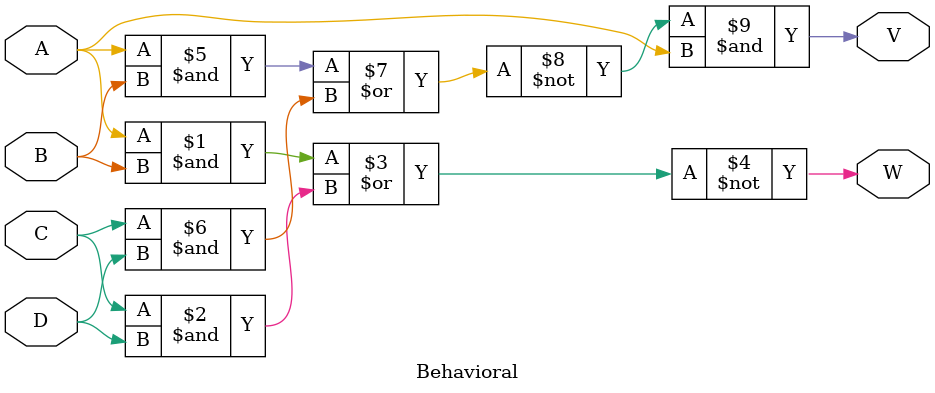
<source format=v>
module Behavioral(
	input A,
	input B,
	input C,
	input D,
	output W,
	output V
);

	assign W = ~((A & B) | (C & D));
	assign V = ((~((A & B) | (C & D))) & A);

endmodule

</source>
